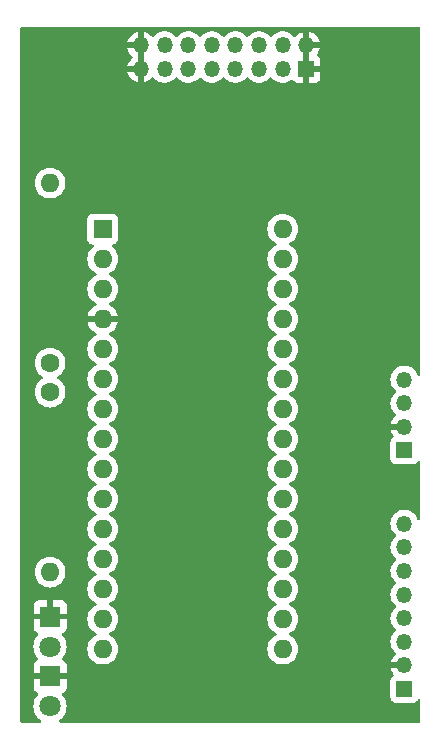
<source format=gbr>
%TF.GenerationSoftware,KiCad,Pcbnew,8.0.8*%
%TF.CreationDate,2025-01-20T00:36:11+01:00*%
%TF.ProjectId,NANO_MPU_SD,4e414e4f-5f4d-4505-955f-53442e6b6963,rev?*%
%TF.SameCoordinates,Original*%
%TF.FileFunction,Copper,L3,Inr*%
%TF.FilePolarity,Positive*%
%FSLAX46Y46*%
G04 Gerber Fmt 4.6, Leading zero omitted, Abs format (unit mm)*
G04 Created by KiCad (PCBNEW 8.0.8) date 2025-01-20 00:36:11*
%MOMM*%
%LPD*%
G01*
G04 APERTURE LIST*
%TA.AperFunction,ComponentPad*%
%ADD10C,1.600000*%
%TD*%
%TA.AperFunction,ComponentPad*%
%ADD11O,1.600000X1.600000*%
%TD*%
%TA.AperFunction,ComponentPad*%
%ADD12R,1.800000X1.800000*%
%TD*%
%TA.AperFunction,ComponentPad*%
%ADD13C,1.800000*%
%TD*%
%TA.AperFunction,ComponentPad*%
%ADD14R,1.350000X1.350000*%
%TD*%
%TA.AperFunction,ComponentPad*%
%ADD15O,1.350000X1.350000*%
%TD*%
%TA.AperFunction,ComponentPad*%
%ADD16R,1.600000X1.600000*%
%TD*%
G04 APERTURE END LIST*
D10*
%TO.N,Net-(A1-D5)*%
%TO.C,R2*%
X53100000Y-81460000D03*
D11*
%TO.N,Net-(D1-A)*%
X53100000Y-96700000D03*
%TD*%
D12*
%TO.N,GND*%
%TO.C,D2*%
X53100000Y-105530000D03*
D13*
%TO.N,Net-(D2-A)*%
X53100000Y-108070000D03*
%TD*%
D14*
%TO.N,GND*%
%TO.C,J2*%
X74800000Y-54100000D03*
D15*
X74800000Y-52100000D03*
%TO.N,Net-(A1-D12)*%
X72800000Y-54100000D03*
X72800000Y-52100000D03*
%TO.N,Net-(A1-D13)*%
X70800000Y-54100000D03*
X70800000Y-52100000D03*
%TO.N,Net-(A1-D11)*%
X68800000Y-54100000D03*
X68800000Y-52100000D03*
%TO.N,Net-(A1-D10)*%
X66800000Y-54100000D03*
X66800000Y-52100000D03*
%TO.N,+5V*%
X64800000Y-54100000D03*
X64800000Y-52100000D03*
%TO.N,+3.3V*%
X62800000Y-54100000D03*
X62800000Y-52100000D03*
%TO.N,GND*%
X60800000Y-54100000D03*
X60800000Y-52100000D03*
%TD*%
D16*
%TO.N,unconnected-(A1-D1{slash}TX-Pad1)*%
%TO.C,A1*%
X57560000Y-67660000D03*
D11*
%TO.N,unconnected-(A1-D0{slash}RX-Pad2)*%
X57560000Y-70200000D03*
%TO.N,unconnected-(A1-~{RESET}-Pad3)*%
X57560000Y-72740000D03*
%TO.N,GND*%
X57560000Y-75280000D03*
%TO.N,unconnected-(A1-D2-Pad5)*%
X57560000Y-77820000D03*
%TO.N,Net-(A1-D3)*%
X57560000Y-80360000D03*
%TO.N,unconnected-(A1-D4-Pad7)*%
X57560000Y-82900000D03*
%TO.N,Net-(A1-D5)*%
X57560000Y-85440000D03*
%TO.N,unconnected-(A1-D6-Pad9)*%
X57560000Y-87980000D03*
%TO.N,unconnected-(A1-D7-Pad10)*%
X57560000Y-90520000D03*
%TO.N,unconnected-(A1-D8-Pad11)*%
X57560000Y-93060000D03*
%TO.N,unconnected-(A1-D9-Pad12)*%
X57560000Y-95600000D03*
%TO.N,Net-(A1-D10)*%
X57560000Y-98140000D03*
%TO.N,Net-(A1-D11)*%
X57560000Y-100680000D03*
%TO.N,Net-(A1-D12)*%
X57560000Y-103220000D03*
%TO.N,Net-(A1-D13)*%
X72800000Y-103220000D03*
%TO.N,+3.3V*%
X72800000Y-100680000D03*
%TO.N,unconnected-(A1-AREF-Pad18)*%
X72800000Y-98140000D03*
%TO.N,unconnected-(A1-A0-Pad19)*%
X72800000Y-95600000D03*
%TO.N,unconnected-(A1-A1-Pad20)*%
X72800000Y-93060000D03*
%TO.N,unconnected-(A1-A2-Pad21)*%
X72800000Y-90520000D03*
%TO.N,unconnected-(A1-A3-Pad22)*%
X72800000Y-87980000D03*
%TO.N,Net-(A1-A4)*%
X72800000Y-85440000D03*
%TO.N,Net-(A1-A5)*%
X72800000Y-82900000D03*
%TO.N,unconnected-(A1-A6-Pad25)*%
X72800000Y-80360000D03*
%TO.N,unconnected-(A1-A7-Pad26)*%
X72800000Y-77820000D03*
%TO.N,+5V*%
X72800000Y-75280000D03*
%TO.N,unconnected-(A1-~{RESET}-Pad28)*%
X72800000Y-72740000D03*
%TO.N,unconnected-(A1-GND-Pad29)*%
X72800000Y-70200000D03*
%TO.N,unconnected-(A1-VIN-Pad30)*%
X72800000Y-67660000D03*
%TD*%
D14*
%TO.N,+3.3V*%
%TO.C,J3*%
X83100000Y-86400000D03*
D15*
%TO.N,GND*%
X83100000Y-84400000D03*
%TO.N,Net-(A1-A5)*%
X83100000Y-82400000D03*
%TO.N,Net-(A1-A4)*%
X83100000Y-80400000D03*
%TD*%
D12*
%TO.N,GND*%
%TO.C,D1*%
X53100000Y-100460000D03*
D13*
%TO.N,Net-(D1-A)*%
X53100000Y-103000000D03*
%TD*%
D14*
%TO.N,+3.3V*%
%TO.C,J1*%
X83100000Y-106600000D03*
D15*
%TO.N,GND*%
X83100000Y-104600000D03*
%TO.N,Net-(A1-A5)*%
X83100000Y-102600000D03*
%TO.N,Net-(A1-A4)*%
X83100000Y-100600000D03*
%TO.N,unconnected-(J1-Pin_5-Pad5)*%
X83100000Y-98600000D03*
%TO.N,unconnected-(J1-Pin_6-Pad6)*%
X83100000Y-96600000D03*
%TO.N,unconnected-(J1-Pin_7-Pad7)*%
X83100000Y-94600000D03*
%TO.N,unconnected-(J1-Pin_8-Pad8)*%
X83100000Y-92600000D03*
%TD*%
D10*
%TO.N,Net-(D2-A)*%
%TO.C,R1*%
X53100000Y-79000000D03*
D11*
%TO.N,Net-(A1-D3)*%
X53100000Y-63760000D03*
%TD*%
%TA.AperFunction,Conductor*%
%TO.N,GND*%
G36*
X61050000Y-53784314D02*
G01*
X61045606Y-53779920D01*
X60954394Y-53727259D01*
X60852661Y-53700000D01*
X60747339Y-53700000D01*
X60645606Y-53727259D01*
X60554394Y-53779920D01*
X60550000Y-53784314D01*
X60550000Y-52415686D01*
X60554394Y-52420080D01*
X60645606Y-52472741D01*
X60747339Y-52500000D01*
X60852661Y-52500000D01*
X60954394Y-52472741D01*
X61045606Y-52420080D01*
X61050000Y-52415686D01*
X61050000Y-53784314D01*
G37*
%TD.AperFunction*%
%TA.AperFunction,Conductor*%
G36*
X75050000Y-53784314D02*
G01*
X75045606Y-53779920D01*
X74954394Y-53727259D01*
X74852661Y-53700000D01*
X74747339Y-53700000D01*
X74645606Y-53727259D01*
X74554394Y-53779920D01*
X74550000Y-53784314D01*
X74550000Y-52415686D01*
X74554394Y-52420080D01*
X74645606Y-52472741D01*
X74747339Y-52500000D01*
X74852661Y-52500000D01*
X74954394Y-52472741D01*
X75045606Y-52420080D01*
X75050000Y-52415686D01*
X75050000Y-53784314D01*
G37*
%TD.AperFunction*%
%TA.AperFunction,Conductor*%
G36*
X84392539Y-50570185D02*
G01*
X84438294Y-50622989D01*
X84449500Y-50674500D01*
X84449500Y-79958643D01*
X84429815Y-80025682D01*
X84377011Y-80071437D01*
X84307853Y-80081381D01*
X84244297Y-80052356D01*
X84206523Y-79993578D01*
X84206234Y-79992577D01*
X84200819Y-79973545D01*
X84200816Y-79973539D01*
X84193399Y-79958643D01*
X84103712Y-79778528D01*
X83972427Y-79604678D01*
X83811432Y-79457912D01*
X83811428Y-79457909D01*
X83811423Y-79457906D01*
X83626213Y-79343229D01*
X83626207Y-79343226D01*
X83541113Y-79310260D01*
X83423069Y-79264530D01*
X83208926Y-79224500D01*
X82991074Y-79224500D01*
X82776931Y-79264530D01*
X82728130Y-79283435D01*
X82573792Y-79343226D01*
X82573786Y-79343229D01*
X82388576Y-79457906D01*
X82388566Y-79457913D01*
X82227574Y-79604676D01*
X82096288Y-79778527D01*
X81999184Y-79973537D01*
X81999183Y-79973541D01*
X81953726Y-80133308D01*
X81939564Y-80183081D01*
X81919464Y-80399999D01*
X81919464Y-80400000D01*
X81939564Y-80616918D01*
X81939564Y-80616920D01*
X81939565Y-80616923D01*
X81993767Y-80807423D01*
X81999184Y-80826462D01*
X82096288Y-81021472D01*
X82227574Y-81195324D01*
X82351572Y-81308363D01*
X82387854Y-81368074D01*
X82386093Y-81437922D01*
X82351572Y-81491637D01*
X82227574Y-81604675D01*
X82096288Y-81778527D01*
X81999184Y-81973537D01*
X81939564Y-82183081D01*
X81919464Y-82399999D01*
X81919464Y-82400000D01*
X81939564Y-82616918D01*
X81939564Y-82616920D01*
X81939565Y-82616923D01*
X81981830Y-82765468D01*
X81999184Y-82826462D01*
X82096288Y-83021472D01*
X82227574Y-83195324D01*
X82351944Y-83308701D01*
X82388226Y-83368412D01*
X82386465Y-83438259D01*
X82351944Y-83491975D01*
X82227945Y-83605013D01*
X82096715Y-83778791D01*
X81999651Y-83973719D01*
X81949494Y-84149999D01*
X81949495Y-84150000D01*
X82784314Y-84150000D01*
X82779920Y-84154394D01*
X82727259Y-84245606D01*
X82700000Y-84347339D01*
X82700000Y-84452661D01*
X82727259Y-84554394D01*
X82779920Y-84645606D01*
X82784314Y-84650000D01*
X81949495Y-84650000D01*
X81999651Y-84826280D01*
X82096715Y-85021208D01*
X82178147Y-85129042D01*
X82202839Y-85194404D01*
X82188274Y-85262738D01*
X82153505Y-85303035D01*
X82067452Y-85367455D01*
X81981206Y-85482664D01*
X81981202Y-85482671D01*
X81930908Y-85617517D01*
X81924501Y-85677116D01*
X81924500Y-85677135D01*
X81924500Y-87122870D01*
X81924501Y-87122876D01*
X81930908Y-87182483D01*
X81981202Y-87317328D01*
X81981206Y-87317335D01*
X82067452Y-87432544D01*
X82067455Y-87432547D01*
X82182664Y-87518793D01*
X82182671Y-87518797D01*
X82317517Y-87569091D01*
X82317516Y-87569091D01*
X82324444Y-87569835D01*
X82377127Y-87575500D01*
X83822872Y-87575499D01*
X83882483Y-87569091D01*
X84017331Y-87518796D01*
X84132546Y-87432546D01*
X84171392Y-87380655D01*
X84224112Y-87310231D01*
X84226145Y-87311753D01*
X84266063Y-87271828D01*
X84334335Y-87256970D01*
X84399801Y-87281381D01*
X84441678Y-87337311D01*
X84449500Y-87380655D01*
X84449500Y-92158643D01*
X84429815Y-92225682D01*
X84377011Y-92271437D01*
X84307853Y-92281381D01*
X84244297Y-92252356D01*
X84206523Y-92193578D01*
X84206234Y-92192577D01*
X84200819Y-92173545D01*
X84200816Y-92173539D01*
X84144257Y-92059953D01*
X84103712Y-91978528D01*
X83972427Y-91804678D01*
X83957405Y-91790984D01*
X83865097Y-91706834D01*
X83811432Y-91657912D01*
X83811428Y-91657909D01*
X83811423Y-91657906D01*
X83626213Y-91543229D01*
X83626207Y-91543226D01*
X83541113Y-91510260D01*
X83423069Y-91464530D01*
X83208926Y-91424500D01*
X82991074Y-91424500D01*
X82776931Y-91464530D01*
X82728130Y-91483435D01*
X82573792Y-91543226D01*
X82573786Y-91543229D01*
X82388576Y-91657906D01*
X82388566Y-91657913D01*
X82227574Y-91804676D01*
X82096288Y-91978527D01*
X81999184Y-92173537D01*
X81939564Y-92383081D01*
X81919464Y-92599999D01*
X81919464Y-92600000D01*
X81939564Y-92816918D01*
X81939564Y-92816920D01*
X81939565Y-92816923D01*
X81984098Y-92973441D01*
X81999184Y-93026462D01*
X82096288Y-93221472D01*
X82227574Y-93395324D01*
X82351572Y-93508363D01*
X82387854Y-93568074D01*
X82386093Y-93637922D01*
X82351572Y-93691637D01*
X82227574Y-93804675D01*
X82096288Y-93978527D01*
X81999184Y-94173537D01*
X81939564Y-94383081D01*
X81919464Y-94599999D01*
X81919464Y-94600000D01*
X81939564Y-94816918D01*
X81939564Y-94816920D01*
X81939565Y-94816923D01*
X81984098Y-94973441D01*
X81999184Y-95026462D01*
X82096288Y-95221472D01*
X82227574Y-95395324D01*
X82351572Y-95508363D01*
X82387854Y-95568074D01*
X82386093Y-95637922D01*
X82351572Y-95691637D01*
X82227574Y-95804675D01*
X82096288Y-95978527D01*
X81999184Y-96173537D01*
X81939564Y-96383081D01*
X81919464Y-96599999D01*
X81919464Y-96600000D01*
X81939564Y-96816918D01*
X81939564Y-96816920D01*
X81939565Y-96816923D01*
X81999183Y-97026459D01*
X81999184Y-97026462D01*
X82096288Y-97221472D01*
X82227574Y-97395324D01*
X82351572Y-97508363D01*
X82387854Y-97568074D01*
X82386093Y-97637922D01*
X82351572Y-97691637D01*
X82227574Y-97804675D01*
X82096288Y-97978527D01*
X81999184Y-98173537D01*
X81939564Y-98383081D01*
X81919464Y-98599999D01*
X81919464Y-98600000D01*
X81939564Y-98816918D01*
X81939564Y-98816920D01*
X81939565Y-98816923D01*
X81985720Y-98979141D01*
X81999184Y-99026462D01*
X82096288Y-99221472D01*
X82227574Y-99395324D01*
X82351572Y-99508363D01*
X82387854Y-99568074D01*
X82386093Y-99637922D01*
X82351572Y-99691637D01*
X82227574Y-99804675D01*
X82096288Y-99978527D01*
X81999184Y-100173537D01*
X81939564Y-100383081D01*
X81919464Y-100599999D01*
X81919464Y-100600000D01*
X81939564Y-100816918D01*
X81939564Y-100816920D01*
X81939565Y-100816923D01*
X81984098Y-100973441D01*
X81999184Y-101026462D01*
X82096288Y-101221472D01*
X82227574Y-101395324D01*
X82351572Y-101508363D01*
X82387854Y-101568074D01*
X82386093Y-101637922D01*
X82351572Y-101691637D01*
X82227574Y-101804675D01*
X82096288Y-101978527D01*
X81999184Y-102173537D01*
X81939564Y-102383081D01*
X81919464Y-102599999D01*
X81919464Y-102600000D01*
X81939564Y-102816918D01*
X81939564Y-102816920D01*
X81939565Y-102816923D01*
X81993767Y-103007423D01*
X81999184Y-103026462D01*
X82096288Y-103221472D01*
X82227574Y-103395324D01*
X82351944Y-103508701D01*
X82388226Y-103568412D01*
X82386465Y-103638259D01*
X82351944Y-103691975D01*
X82227945Y-103805013D01*
X82096715Y-103978791D01*
X81999651Y-104173719D01*
X81949494Y-104349999D01*
X81949495Y-104350000D01*
X82784314Y-104350000D01*
X82779920Y-104354394D01*
X82727259Y-104445606D01*
X82700000Y-104547339D01*
X82700000Y-104652661D01*
X82727259Y-104754394D01*
X82779920Y-104845606D01*
X82784314Y-104850000D01*
X81949495Y-104850000D01*
X81999651Y-105026280D01*
X82096715Y-105221208D01*
X82178147Y-105329042D01*
X82202839Y-105394404D01*
X82188274Y-105462738D01*
X82153505Y-105503035D01*
X82067452Y-105567455D01*
X81981206Y-105682664D01*
X81981202Y-105682671D01*
X81930908Y-105817517D01*
X81924501Y-105877116D01*
X81924500Y-105877135D01*
X81924500Y-107322870D01*
X81924501Y-107322876D01*
X81930908Y-107382483D01*
X81981202Y-107517328D01*
X81981206Y-107517335D01*
X82067452Y-107632544D01*
X82067455Y-107632547D01*
X82182664Y-107718793D01*
X82182671Y-107718797D01*
X82317517Y-107769091D01*
X82317516Y-107769091D01*
X82324444Y-107769835D01*
X82377127Y-107775500D01*
X83822872Y-107775499D01*
X83882483Y-107769091D01*
X84017331Y-107718796D01*
X84132546Y-107632546D01*
X84171392Y-107580655D01*
X84224112Y-107510231D01*
X84226145Y-107511753D01*
X84266063Y-107471828D01*
X84334335Y-107456970D01*
X84399801Y-107481381D01*
X84441678Y-107537311D01*
X84449500Y-107580655D01*
X84449500Y-109325500D01*
X84429815Y-109392539D01*
X84377011Y-109438294D01*
X84325500Y-109449500D01*
X53968973Y-109449500D01*
X53901934Y-109429815D01*
X53856179Y-109377011D01*
X53846235Y-109307853D01*
X53875260Y-109244297D01*
X53892811Y-109227646D01*
X54051784Y-109103913D01*
X54208979Y-108933153D01*
X54335924Y-108738849D01*
X54429157Y-108526300D01*
X54486134Y-108301305D01*
X54505300Y-108070000D01*
X54505300Y-108069993D01*
X54486135Y-107838702D01*
X54486133Y-107838691D01*
X54429157Y-107613699D01*
X54335924Y-107401151D01*
X54208981Y-107206849D01*
X54113832Y-107103489D01*
X54082910Y-107040835D01*
X54090770Y-106971409D01*
X54134918Y-106917253D01*
X54161730Y-106903325D01*
X54242084Y-106873355D01*
X54242093Y-106873350D01*
X54357187Y-106787190D01*
X54357190Y-106787187D01*
X54443350Y-106672093D01*
X54443354Y-106672086D01*
X54493596Y-106537379D01*
X54493598Y-106537372D01*
X54499999Y-106477844D01*
X54500000Y-106477827D01*
X54500000Y-105780000D01*
X53475278Y-105780000D01*
X53519333Y-105703694D01*
X53550000Y-105589244D01*
X53550000Y-105470756D01*
X53519333Y-105356306D01*
X53475278Y-105280000D01*
X54500000Y-105280000D01*
X54500000Y-104582172D01*
X54499999Y-104582155D01*
X54493598Y-104522627D01*
X54493596Y-104522620D01*
X54443354Y-104387913D01*
X54443350Y-104387906D01*
X54357190Y-104272812D01*
X54357187Y-104272809D01*
X54242093Y-104186649D01*
X54242086Y-104186645D01*
X54168582Y-104159230D01*
X54112648Y-104117359D01*
X54088231Y-104051894D01*
X54103083Y-103983621D01*
X54120680Y-103959070D01*
X54208979Y-103863153D01*
X54335924Y-103668849D01*
X54429157Y-103456300D01*
X54486134Y-103231305D01*
X54487071Y-103219998D01*
X54505300Y-103000006D01*
X54505300Y-102999993D01*
X54486135Y-102768702D01*
X54486133Y-102768691D01*
X54429157Y-102543699D01*
X54335924Y-102331151D01*
X54208981Y-102136849D01*
X54113832Y-102033489D01*
X54082910Y-101970835D01*
X54090770Y-101901409D01*
X54134918Y-101847253D01*
X54161730Y-101833325D01*
X54242084Y-101803355D01*
X54242093Y-101803350D01*
X54357187Y-101717190D01*
X54357190Y-101717187D01*
X54443350Y-101602093D01*
X54443354Y-101602086D01*
X54493596Y-101467379D01*
X54493598Y-101467372D01*
X54499999Y-101407844D01*
X54500000Y-101407827D01*
X54500000Y-100710000D01*
X53475278Y-100710000D01*
X53519333Y-100633694D01*
X53550000Y-100519244D01*
X53550000Y-100400756D01*
X53519333Y-100286306D01*
X53475278Y-100210000D01*
X54500000Y-100210000D01*
X54500000Y-99512172D01*
X54499999Y-99512155D01*
X54493598Y-99452627D01*
X54493596Y-99452620D01*
X54443354Y-99317913D01*
X54443350Y-99317906D01*
X54357190Y-99202812D01*
X54357187Y-99202809D01*
X54242093Y-99116649D01*
X54242086Y-99116645D01*
X54107379Y-99066403D01*
X54107372Y-99066401D01*
X54047844Y-99060000D01*
X53350000Y-99060000D01*
X53350000Y-100084722D01*
X53273694Y-100040667D01*
X53159244Y-100010000D01*
X53040756Y-100010000D01*
X52926306Y-100040667D01*
X52850000Y-100084722D01*
X52850000Y-99060000D01*
X52152155Y-99060000D01*
X52092627Y-99066401D01*
X52092620Y-99066403D01*
X51957913Y-99116645D01*
X51957906Y-99116649D01*
X51842812Y-99202809D01*
X51842809Y-99202812D01*
X51756649Y-99317906D01*
X51756645Y-99317913D01*
X51706403Y-99452620D01*
X51706401Y-99452627D01*
X51700000Y-99512155D01*
X51700000Y-100210000D01*
X52724722Y-100210000D01*
X52680667Y-100286306D01*
X52650000Y-100400756D01*
X52650000Y-100519244D01*
X52680667Y-100633694D01*
X52724722Y-100710000D01*
X51700000Y-100710000D01*
X51700000Y-101407844D01*
X51706401Y-101467372D01*
X51706403Y-101467379D01*
X51756645Y-101602086D01*
X51756649Y-101602093D01*
X51842809Y-101717187D01*
X51842812Y-101717190D01*
X51957906Y-101803350D01*
X51957913Y-101803354D01*
X52038270Y-101833325D01*
X52094204Y-101875196D01*
X52118621Y-101940660D01*
X52103770Y-102008933D01*
X52086168Y-102033489D01*
X52048295Y-102074629D01*
X51991021Y-102136847D01*
X51991019Y-102136848D01*
X51991016Y-102136853D01*
X51864075Y-102331151D01*
X51770842Y-102543699D01*
X51713866Y-102768691D01*
X51713864Y-102768702D01*
X51694700Y-102999993D01*
X51694700Y-103000006D01*
X51713864Y-103231297D01*
X51713866Y-103231308D01*
X51770842Y-103456300D01*
X51864075Y-103668848D01*
X51933754Y-103775500D01*
X51991021Y-103863153D01*
X52034948Y-103910871D01*
X52079314Y-103959066D01*
X52110236Y-104021721D01*
X52102375Y-104091147D01*
X52058228Y-104145302D01*
X52031418Y-104159230D01*
X51957911Y-104186646D01*
X51957906Y-104186649D01*
X51842812Y-104272809D01*
X51842809Y-104272812D01*
X51756649Y-104387906D01*
X51756645Y-104387913D01*
X51706403Y-104522620D01*
X51706401Y-104522627D01*
X51700000Y-104582155D01*
X51700000Y-105280000D01*
X52724722Y-105280000D01*
X52680667Y-105356306D01*
X52650000Y-105470756D01*
X52650000Y-105589244D01*
X52680667Y-105703694D01*
X52724722Y-105780000D01*
X51700000Y-105780000D01*
X51700000Y-106477844D01*
X51706401Y-106537372D01*
X51706403Y-106537379D01*
X51756645Y-106672086D01*
X51756649Y-106672093D01*
X51842809Y-106787187D01*
X51842812Y-106787190D01*
X51957906Y-106873350D01*
X51957913Y-106873354D01*
X52038270Y-106903325D01*
X52094204Y-106945196D01*
X52118621Y-107010660D01*
X52103770Y-107078933D01*
X52086168Y-107103489D01*
X51991021Y-107206847D01*
X51991019Y-107206848D01*
X51991016Y-107206853D01*
X51864075Y-107401151D01*
X51770842Y-107613699D01*
X51713866Y-107838691D01*
X51713864Y-107838702D01*
X51694700Y-108069993D01*
X51694700Y-108070006D01*
X51713864Y-108301297D01*
X51713866Y-108301308D01*
X51770842Y-108526300D01*
X51864075Y-108738848D01*
X51991016Y-108933147D01*
X51991019Y-108933151D01*
X51991021Y-108933153D01*
X52148216Y-109103913D01*
X52307189Y-109227646D01*
X52348002Y-109284357D01*
X52351677Y-109354130D01*
X52317045Y-109414813D01*
X52255104Y-109447140D01*
X52231027Y-109449500D01*
X50674500Y-109449500D01*
X50607461Y-109429815D01*
X50561706Y-109377011D01*
X50550500Y-109325500D01*
X50550500Y-96699998D01*
X51794532Y-96699998D01*
X51794532Y-96700001D01*
X51814364Y-96926686D01*
X51814366Y-96926697D01*
X51873258Y-97146488D01*
X51873261Y-97146497D01*
X51969431Y-97352732D01*
X51969432Y-97352734D01*
X52099954Y-97539141D01*
X52260858Y-97700045D01*
X52260861Y-97700047D01*
X52447266Y-97830568D01*
X52653504Y-97926739D01*
X52873308Y-97985635D01*
X53035230Y-97999801D01*
X53099998Y-98005468D01*
X53100000Y-98005468D01*
X53100002Y-98005468D01*
X53156673Y-98000509D01*
X53326692Y-97985635D01*
X53546496Y-97926739D01*
X53752734Y-97830568D01*
X53939139Y-97700047D01*
X54100047Y-97539139D01*
X54230568Y-97352734D01*
X54326739Y-97146496D01*
X54385635Y-96926692D01*
X54405468Y-96700000D01*
X54385635Y-96473308D01*
X54326739Y-96253504D01*
X54230568Y-96047266D01*
X54100047Y-95860861D01*
X54100045Y-95860858D01*
X53939141Y-95699954D01*
X53752734Y-95569432D01*
X53752732Y-95569431D01*
X53546497Y-95473261D01*
X53546488Y-95473258D01*
X53326697Y-95414366D01*
X53326693Y-95414365D01*
X53326692Y-95414365D01*
X53326691Y-95414364D01*
X53326686Y-95414364D01*
X53100002Y-95394532D01*
X53099998Y-95394532D01*
X52873313Y-95414364D01*
X52873302Y-95414366D01*
X52653511Y-95473258D01*
X52653502Y-95473261D01*
X52447267Y-95569431D01*
X52447265Y-95569432D01*
X52260858Y-95699954D01*
X52099954Y-95860858D01*
X51969432Y-96047265D01*
X51969431Y-96047267D01*
X51873261Y-96253502D01*
X51873258Y-96253511D01*
X51814366Y-96473302D01*
X51814364Y-96473313D01*
X51794532Y-96699998D01*
X50550500Y-96699998D01*
X50550500Y-78999998D01*
X51794532Y-78999998D01*
X51794532Y-79000001D01*
X51814364Y-79226686D01*
X51814366Y-79226697D01*
X51873258Y-79446488D01*
X51873261Y-79446497D01*
X51969431Y-79652732D01*
X51969432Y-79652734D01*
X52099954Y-79839141D01*
X52260858Y-80000045D01*
X52444205Y-80128425D01*
X52487830Y-80183002D01*
X52495024Y-80252500D01*
X52463501Y-80314855D01*
X52444205Y-80331575D01*
X52260858Y-80459954D01*
X52099954Y-80620858D01*
X51969432Y-80807265D01*
X51969431Y-80807267D01*
X51873261Y-81013502D01*
X51873258Y-81013511D01*
X51814366Y-81233302D01*
X51814364Y-81233313D01*
X51794532Y-81459998D01*
X51794532Y-81460001D01*
X51814364Y-81686686D01*
X51814366Y-81686697D01*
X51873258Y-81906488D01*
X51873261Y-81906497D01*
X51969431Y-82112732D01*
X51969432Y-82112734D01*
X52099954Y-82299141D01*
X52260858Y-82460045D01*
X52260861Y-82460047D01*
X52447266Y-82590568D01*
X52653504Y-82686739D01*
X52873308Y-82745635D01*
X53035230Y-82759801D01*
X53099998Y-82765468D01*
X53100000Y-82765468D01*
X53100002Y-82765468D01*
X53156673Y-82760509D01*
X53326692Y-82745635D01*
X53546496Y-82686739D01*
X53752734Y-82590568D01*
X53939139Y-82460047D01*
X54100047Y-82299139D01*
X54230568Y-82112734D01*
X54326739Y-81906496D01*
X54385635Y-81686692D01*
X54405468Y-81460000D01*
X54403536Y-81437922D01*
X54399801Y-81395230D01*
X54385635Y-81233308D01*
X54326739Y-81013504D01*
X54230568Y-80807266D01*
X54100047Y-80620861D01*
X54100045Y-80620858D01*
X53939141Y-80459954D01*
X53796387Y-80359998D01*
X53755793Y-80331574D01*
X53712169Y-80276999D01*
X53704975Y-80207500D01*
X53736497Y-80145145D01*
X53755791Y-80128427D01*
X53939139Y-80000047D01*
X54100047Y-79839139D01*
X54230568Y-79652734D01*
X54326739Y-79446496D01*
X54385635Y-79226692D01*
X54405468Y-79000000D01*
X54385635Y-78773308D01*
X54326739Y-78553504D01*
X54230568Y-78347266D01*
X54100047Y-78160861D01*
X54100045Y-78160858D01*
X53939141Y-77999954D01*
X53752734Y-77869432D01*
X53752732Y-77869431D01*
X53546497Y-77773261D01*
X53546488Y-77773258D01*
X53326697Y-77714366D01*
X53326693Y-77714365D01*
X53326692Y-77714365D01*
X53326691Y-77714364D01*
X53326686Y-77714364D01*
X53100002Y-77694532D01*
X53099998Y-77694532D01*
X52873313Y-77714364D01*
X52873302Y-77714366D01*
X52653511Y-77773258D01*
X52653502Y-77773261D01*
X52447267Y-77869431D01*
X52447265Y-77869432D01*
X52260858Y-77999954D01*
X52099954Y-78160858D01*
X51969432Y-78347265D01*
X51969431Y-78347267D01*
X51873261Y-78553502D01*
X51873258Y-78553511D01*
X51814366Y-78773302D01*
X51814364Y-78773313D01*
X51794532Y-78999998D01*
X50550500Y-78999998D01*
X50550500Y-70199998D01*
X56254532Y-70199998D01*
X56254532Y-70200001D01*
X56274364Y-70426686D01*
X56274366Y-70426697D01*
X56333258Y-70646488D01*
X56333261Y-70646497D01*
X56429431Y-70852732D01*
X56429432Y-70852734D01*
X56559954Y-71039141D01*
X56720858Y-71200045D01*
X56720861Y-71200047D01*
X56907266Y-71330568D01*
X56965275Y-71357618D01*
X57017714Y-71403791D01*
X57036866Y-71470984D01*
X57016650Y-71537865D01*
X56965275Y-71582382D01*
X56907267Y-71609431D01*
X56907265Y-71609432D01*
X56720858Y-71739954D01*
X56559954Y-71900858D01*
X56429432Y-72087265D01*
X56429431Y-72087267D01*
X56333261Y-72293502D01*
X56333258Y-72293511D01*
X56274366Y-72513302D01*
X56274364Y-72513313D01*
X56254532Y-72739998D01*
X56254532Y-72740001D01*
X56274364Y-72966686D01*
X56274366Y-72966697D01*
X56333258Y-73186488D01*
X56333261Y-73186497D01*
X56429431Y-73392732D01*
X56429432Y-73392734D01*
X56559954Y-73579141D01*
X56720858Y-73740045D01*
X56720861Y-73740047D01*
X56907266Y-73870568D01*
X56965865Y-73897893D01*
X57018305Y-73944065D01*
X57037457Y-74011258D01*
X57017242Y-74078139D01*
X56965867Y-74122657D01*
X56907515Y-74149867D01*
X56721179Y-74280342D01*
X56560342Y-74441179D01*
X56429865Y-74627517D01*
X56333734Y-74833673D01*
X56333730Y-74833682D01*
X56281127Y-75029999D01*
X56281128Y-75030000D01*
X57126988Y-75030000D01*
X57094075Y-75087007D01*
X57060000Y-75214174D01*
X57060000Y-75345826D01*
X57094075Y-75472993D01*
X57126988Y-75530000D01*
X56281128Y-75530000D01*
X56333730Y-75726317D01*
X56333734Y-75726326D01*
X56429865Y-75932482D01*
X56560342Y-76118820D01*
X56721179Y-76279657D01*
X56907518Y-76410134D01*
X56907520Y-76410135D01*
X56965865Y-76437342D01*
X57018305Y-76483514D01*
X57037457Y-76550707D01*
X57017242Y-76617589D01*
X56965867Y-76662105D01*
X56907268Y-76689431D01*
X56907264Y-76689433D01*
X56720858Y-76819954D01*
X56559954Y-76980858D01*
X56429432Y-77167265D01*
X56429431Y-77167267D01*
X56333261Y-77373502D01*
X56333258Y-77373511D01*
X56274366Y-77593302D01*
X56274364Y-77593313D01*
X56254532Y-77819998D01*
X56254532Y-77820001D01*
X56274364Y-78046686D01*
X56274366Y-78046697D01*
X56333258Y-78266488D01*
X56333261Y-78266497D01*
X56429431Y-78472732D01*
X56429432Y-78472734D01*
X56559954Y-78659141D01*
X56720858Y-78820045D01*
X56720861Y-78820047D01*
X56907266Y-78950568D01*
X56965275Y-78977618D01*
X57017714Y-79023791D01*
X57036866Y-79090984D01*
X57016650Y-79157865D01*
X56965275Y-79202382D01*
X56907267Y-79229431D01*
X56907265Y-79229432D01*
X56720858Y-79359954D01*
X56559954Y-79520858D01*
X56429432Y-79707265D01*
X56429431Y-79707267D01*
X56333261Y-79913502D01*
X56333258Y-79913511D01*
X56274366Y-80133302D01*
X56274364Y-80133313D01*
X56254532Y-80359998D01*
X56254532Y-80360001D01*
X56274364Y-80586686D01*
X56274366Y-80586697D01*
X56333258Y-80806488D01*
X56333261Y-80806497D01*
X56429431Y-81012732D01*
X56429432Y-81012734D01*
X56559954Y-81199141D01*
X56720858Y-81360045D01*
X56720861Y-81360047D01*
X56907266Y-81490568D01*
X56965275Y-81517618D01*
X57017714Y-81563791D01*
X57036866Y-81630984D01*
X57016650Y-81697865D01*
X56965275Y-81742382D01*
X56907267Y-81769431D01*
X56907265Y-81769432D01*
X56720858Y-81899954D01*
X56559954Y-82060858D01*
X56429432Y-82247265D01*
X56429431Y-82247267D01*
X56333261Y-82453502D01*
X56333258Y-82453511D01*
X56274366Y-82673302D01*
X56274364Y-82673313D01*
X56254532Y-82899998D01*
X56254532Y-82900001D01*
X56274364Y-83126686D01*
X56274366Y-83126697D01*
X56333258Y-83346488D01*
X56333261Y-83346497D01*
X56429431Y-83552732D01*
X56429432Y-83552734D01*
X56559954Y-83739141D01*
X56720858Y-83900045D01*
X56720861Y-83900047D01*
X56907266Y-84030568D01*
X56965275Y-84057618D01*
X57017714Y-84103791D01*
X57036866Y-84170984D01*
X57016650Y-84237865D01*
X56965275Y-84282382D01*
X56907267Y-84309431D01*
X56907265Y-84309432D01*
X56720858Y-84439954D01*
X56559954Y-84600858D01*
X56429432Y-84787265D01*
X56429431Y-84787267D01*
X56333261Y-84993502D01*
X56333258Y-84993511D01*
X56274366Y-85213302D01*
X56274364Y-85213313D01*
X56254532Y-85439998D01*
X56254532Y-85440001D01*
X56274364Y-85666686D01*
X56274366Y-85666697D01*
X56333258Y-85886488D01*
X56333261Y-85886497D01*
X56429431Y-86092732D01*
X56429432Y-86092734D01*
X56559954Y-86279141D01*
X56720858Y-86440045D01*
X56720861Y-86440047D01*
X56907266Y-86570568D01*
X56965275Y-86597618D01*
X57017714Y-86643791D01*
X57036866Y-86710984D01*
X57016650Y-86777865D01*
X56965275Y-86822382D01*
X56907267Y-86849431D01*
X56907265Y-86849432D01*
X56720858Y-86979954D01*
X56559954Y-87140858D01*
X56429432Y-87327265D01*
X56429431Y-87327267D01*
X56333261Y-87533502D01*
X56333258Y-87533511D01*
X56274366Y-87753302D01*
X56274364Y-87753313D01*
X56254532Y-87979998D01*
X56254532Y-87980001D01*
X56274364Y-88206686D01*
X56274366Y-88206697D01*
X56333258Y-88426488D01*
X56333261Y-88426497D01*
X56429431Y-88632732D01*
X56429432Y-88632734D01*
X56559954Y-88819141D01*
X56720858Y-88980045D01*
X56720861Y-88980047D01*
X56907266Y-89110568D01*
X56965275Y-89137618D01*
X57017714Y-89183791D01*
X57036866Y-89250984D01*
X57016650Y-89317865D01*
X56965275Y-89362382D01*
X56907267Y-89389431D01*
X56907265Y-89389432D01*
X56720858Y-89519954D01*
X56559954Y-89680858D01*
X56429432Y-89867265D01*
X56429431Y-89867267D01*
X56333261Y-90073502D01*
X56333258Y-90073511D01*
X56274366Y-90293302D01*
X56274364Y-90293313D01*
X56254532Y-90519998D01*
X56254532Y-90520001D01*
X56274364Y-90746686D01*
X56274366Y-90746697D01*
X56333258Y-90966488D01*
X56333261Y-90966497D01*
X56429431Y-91172732D01*
X56429432Y-91172734D01*
X56559954Y-91359141D01*
X56720858Y-91520045D01*
X56720861Y-91520047D01*
X56907266Y-91650568D01*
X56965275Y-91677618D01*
X57017714Y-91723791D01*
X57036866Y-91790984D01*
X57016650Y-91857865D01*
X56965275Y-91902382D01*
X56907267Y-91929431D01*
X56907265Y-91929432D01*
X56720858Y-92059954D01*
X56559954Y-92220858D01*
X56429432Y-92407265D01*
X56429431Y-92407267D01*
X56333261Y-92613502D01*
X56333258Y-92613511D01*
X56274366Y-92833302D01*
X56274364Y-92833313D01*
X56254532Y-93059998D01*
X56254532Y-93060001D01*
X56274364Y-93286686D01*
X56274366Y-93286697D01*
X56333258Y-93506488D01*
X56333261Y-93506497D01*
X56429431Y-93712732D01*
X56429432Y-93712734D01*
X56559954Y-93899141D01*
X56720858Y-94060045D01*
X56720861Y-94060047D01*
X56907266Y-94190568D01*
X56965275Y-94217618D01*
X57017714Y-94263791D01*
X57036866Y-94330984D01*
X57016650Y-94397865D01*
X56965275Y-94442382D01*
X56907267Y-94469431D01*
X56907265Y-94469432D01*
X56720858Y-94599954D01*
X56559954Y-94760858D01*
X56429432Y-94947265D01*
X56429431Y-94947267D01*
X56333261Y-95153502D01*
X56333258Y-95153511D01*
X56274366Y-95373302D01*
X56274364Y-95373313D01*
X56254532Y-95599998D01*
X56254532Y-95600001D01*
X56274364Y-95826686D01*
X56274366Y-95826697D01*
X56333258Y-96046488D01*
X56333261Y-96046497D01*
X56429431Y-96252732D01*
X56429432Y-96252734D01*
X56559954Y-96439141D01*
X56720858Y-96600045D01*
X56720861Y-96600047D01*
X56907266Y-96730568D01*
X56965275Y-96757618D01*
X57017714Y-96803791D01*
X57036866Y-96870984D01*
X57016650Y-96937865D01*
X56965275Y-96982382D01*
X56907267Y-97009431D01*
X56907265Y-97009432D01*
X56720858Y-97139954D01*
X56559954Y-97300858D01*
X56429432Y-97487265D01*
X56429431Y-97487267D01*
X56333261Y-97693502D01*
X56333258Y-97693511D01*
X56274366Y-97913302D01*
X56274364Y-97913313D01*
X56254532Y-98139998D01*
X56254532Y-98140001D01*
X56274364Y-98366686D01*
X56274366Y-98366697D01*
X56333258Y-98586488D01*
X56333261Y-98586497D01*
X56429431Y-98792732D01*
X56429432Y-98792734D01*
X56559954Y-98979141D01*
X56720858Y-99140045D01*
X56720861Y-99140047D01*
X56907266Y-99270568D01*
X56965275Y-99297618D01*
X57017714Y-99343791D01*
X57036866Y-99410984D01*
X57016650Y-99477865D01*
X56965275Y-99522382D01*
X56907267Y-99549431D01*
X56907265Y-99549432D01*
X56720858Y-99679954D01*
X56559954Y-99840858D01*
X56429432Y-100027265D01*
X56429431Y-100027267D01*
X56333261Y-100233502D01*
X56333258Y-100233511D01*
X56274366Y-100453302D01*
X56274364Y-100453313D01*
X56254532Y-100679998D01*
X56254532Y-100680001D01*
X56274364Y-100906686D01*
X56274366Y-100906697D01*
X56333258Y-101126488D01*
X56333261Y-101126497D01*
X56429431Y-101332732D01*
X56429432Y-101332734D01*
X56559954Y-101519141D01*
X56720858Y-101680045D01*
X56720861Y-101680047D01*
X56907266Y-101810568D01*
X56965275Y-101837618D01*
X57017714Y-101883791D01*
X57036866Y-101950984D01*
X57016650Y-102017865D01*
X56965275Y-102062382D01*
X56907267Y-102089431D01*
X56907265Y-102089432D01*
X56720858Y-102219954D01*
X56559954Y-102380858D01*
X56429432Y-102567265D01*
X56429431Y-102567267D01*
X56333261Y-102773502D01*
X56333258Y-102773511D01*
X56274366Y-102993302D01*
X56274364Y-102993313D01*
X56254532Y-103219998D01*
X56254532Y-103220001D01*
X56274364Y-103446686D01*
X56274366Y-103446697D01*
X56333258Y-103666488D01*
X56333261Y-103666497D01*
X56429431Y-103872732D01*
X56429432Y-103872734D01*
X56559954Y-104059141D01*
X56720858Y-104220045D01*
X56720861Y-104220047D01*
X56907266Y-104350568D01*
X57113504Y-104446739D01*
X57333308Y-104505635D01*
X57495230Y-104519801D01*
X57559998Y-104525468D01*
X57560000Y-104525468D01*
X57560002Y-104525468D01*
X57616673Y-104520509D01*
X57786692Y-104505635D01*
X58006496Y-104446739D01*
X58212734Y-104350568D01*
X58399139Y-104220047D01*
X58560047Y-104059139D01*
X58690568Y-103872734D01*
X58786739Y-103666496D01*
X58845635Y-103446692D01*
X58865468Y-103220000D01*
X58845635Y-102993308D01*
X58786739Y-102773504D01*
X58690568Y-102567266D01*
X58592839Y-102427693D01*
X58560045Y-102380858D01*
X58399141Y-102219954D01*
X58212734Y-102089432D01*
X58212728Y-102089429D01*
X58154725Y-102062382D01*
X58102285Y-102016210D01*
X58083133Y-101949017D01*
X58103348Y-101882135D01*
X58154725Y-101837618D01*
X58212734Y-101810568D01*
X58399139Y-101680047D01*
X58560047Y-101519139D01*
X58690568Y-101332734D01*
X58786739Y-101126496D01*
X58845635Y-100906692D01*
X58865468Y-100680000D01*
X58845635Y-100453308D01*
X58786739Y-100233504D01*
X58690568Y-100027266D01*
X58560047Y-99840861D01*
X58560045Y-99840858D01*
X58399141Y-99679954D01*
X58212734Y-99549432D01*
X58212728Y-99549429D01*
X58154725Y-99522382D01*
X58102285Y-99476210D01*
X58083133Y-99409017D01*
X58103348Y-99342135D01*
X58154725Y-99297618D01*
X58212734Y-99270568D01*
X58399139Y-99140047D01*
X58560047Y-98979139D01*
X58690568Y-98792734D01*
X58786739Y-98586496D01*
X58845635Y-98366692D01*
X58865468Y-98140000D01*
X58845635Y-97913308D01*
X58786739Y-97693504D01*
X58690568Y-97487266D01*
X58560047Y-97300861D01*
X58560045Y-97300858D01*
X58399141Y-97139954D01*
X58212734Y-97009432D01*
X58212728Y-97009429D01*
X58154725Y-96982382D01*
X58102285Y-96936210D01*
X58083133Y-96869017D01*
X58103348Y-96802135D01*
X58154725Y-96757618D01*
X58212734Y-96730568D01*
X58399139Y-96600047D01*
X58560047Y-96439139D01*
X58690568Y-96252734D01*
X58786739Y-96046496D01*
X58845635Y-95826692D01*
X58865468Y-95600000D01*
X58845635Y-95373308D01*
X58786739Y-95153504D01*
X58690568Y-94947266D01*
X58560047Y-94760861D01*
X58560045Y-94760858D01*
X58399141Y-94599954D01*
X58212734Y-94469432D01*
X58212728Y-94469429D01*
X58154725Y-94442382D01*
X58102285Y-94396210D01*
X58083133Y-94329017D01*
X58103348Y-94262135D01*
X58154725Y-94217618D01*
X58212734Y-94190568D01*
X58399139Y-94060047D01*
X58560047Y-93899139D01*
X58690568Y-93712734D01*
X58786739Y-93506496D01*
X58845635Y-93286692D01*
X58865468Y-93060000D01*
X58845635Y-92833308D01*
X58786739Y-92613504D01*
X58690568Y-92407266D01*
X58560047Y-92220861D01*
X58560045Y-92220858D01*
X58399141Y-92059954D01*
X58212734Y-91929432D01*
X58212728Y-91929429D01*
X58154725Y-91902382D01*
X58102285Y-91856210D01*
X58083133Y-91789017D01*
X58103348Y-91722135D01*
X58154725Y-91677618D01*
X58212734Y-91650568D01*
X58399139Y-91520047D01*
X58560047Y-91359139D01*
X58690568Y-91172734D01*
X58786739Y-90966496D01*
X58845635Y-90746692D01*
X58865468Y-90520000D01*
X58845635Y-90293308D01*
X58786739Y-90073504D01*
X58690568Y-89867266D01*
X58560047Y-89680861D01*
X58560045Y-89680858D01*
X58399141Y-89519954D01*
X58212734Y-89389432D01*
X58212728Y-89389429D01*
X58154725Y-89362382D01*
X58102285Y-89316210D01*
X58083133Y-89249017D01*
X58103348Y-89182135D01*
X58154725Y-89137618D01*
X58212734Y-89110568D01*
X58399139Y-88980047D01*
X58560047Y-88819139D01*
X58690568Y-88632734D01*
X58786739Y-88426496D01*
X58845635Y-88206692D01*
X58865468Y-87980000D01*
X58845635Y-87753308D01*
X58786739Y-87533504D01*
X58690568Y-87327266D01*
X58560047Y-87140861D01*
X58560045Y-87140858D01*
X58399141Y-86979954D01*
X58212734Y-86849432D01*
X58212728Y-86849429D01*
X58154725Y-86822382D01*
X58102285Y-86776210D01*
X58083133Y-86709017D01*
X58103348Y-86642135D01*
X58154725Y-86597618D01*
X58212734Y-86570568D01*
X58399139Y-86440047D01*
X58560047Y-86279139D01*
X58690568Y-86092734D01*
X58786739Y-85886496D01*
X58845635Y-85666692D01*
X58865468Y-85440000D01*
X58845635Y-85213308D01*
X58786739Y-84993504D01*
X58690568Y-84787266D01*
X58560047Y-84600861D01*
X58560045Y-84600858D01*
X58399141Y-84439954D01*
X58212734Y-84309432D01*
X58212728Y-84309429D01*
X58154725Y-84282382D01*
X58102285Y-84236210D01*
X58083133Y-84169017D01*
X58103348Y-84102135D01*
X58154725Y-84057618D01*
X58212734Y-84030568D01*
X58399139Y-83900047D01*
X58560047Y-83739139D01*
X58690568Y-83552734D01*
X58786739Y-83346496D01*
X58845635Y-83126692D01*
X58865468Y-82900000D01*
X58845635Y-82673308D01*
X58786739Y-82453504D01*
X58690568Y-82247266D01*
X58560047Y-82060861D01*
X58560045Y-82060858D01*
X58399141Y-81899954D01*
X58212734Y-81769432D01*
X58212728Y-81769429D01*
X58154725Y-81742382D01*
X58102285Y-81696210D01*
X58083133Y-81629017D01*
X58103348Y-81562135D01*
X58154725Y-81517618D01*
X58212734Y-81490568D01*
X58399139Y-81360047D01*
X58560047Y-81199139D01*
X58690568Y-81012734D01*
X58786739Y-80806496D01*
X58845635Y-80586692D01*
X58865468Y-80360000D01*
X58845635Y-80133308D01*
X58786739Y-79913504D01*
X58690568Y-79707266D01*
X58560047Y-79520861D01*
X58560045Y-79520858D01*
X58399141Y-79359954D01*
X58212734Y-79229432D01*
X58212728Y-79229429D01*
X58154725Y-79202382D01*
X58102285Y-79156210D01*
X58083133Y-79089017D01*
X58103348Y-79022135D01*
X58154725Y-78977618D01*
X58212734Y-78950568D01*
X58399139Y-78820047D01*
X58560047Y-78659139D01*
X58690568Y-78472734D01*
X58786739Y-78266496D01*
X58845635Y-78046692D01*
X58865468Y-77820000D01*
X58845635Y-77593308D01*
X58786739Y-77373504D01*
X58690568Y-77167266D01*
X58560047Y-76980861D01*
X58560045Y-76980858D01*
X58399141Y-76819954D01*
X58212734Y-76689432D01*
X58212732Y-76689431D01*
X58154725Y-76662382D01*
X58154132Y-76662105D01*
X58101694Y-76615934D01*
X58082542Y-76548740D01*
X58102758Y-76481859D01*
X58154134Y-76437341D01*
X58212484Y-76410132D01*
X58398820Y-76279657D01*
X58559657Y-76118820D01*
X58690134Y-75932482D01*
X58786265Y-75726326D01*
X58786269Y-75726317D01*
X58838872Y-75530000D01*
X57993012Y-75530000D01*
X58025925Y-75472993D01*
X58060000Y-75345826D01*
X58060000Y-75214174D01*
X58025925Y-75087007D01*
X57993012Y-75030000D01*
X58838872Y-75030000D01*
X58838872Y-75029999D01*
X58786269Y-74833682D01*
X58786265Y-74833673D01*
X58690134Y-74627517D01*
X58559657Y-74441179D01*
X58398820Y-74280342D01*
X58212482Y-74149865D01*
X58154133Y-74122657D01*
X58101694Y-74076484D01*
X58082542Y-74009291D01*
X58102758Y-73942410D01*
X58154129Y-73897895D01*
X58212734Y-73870568D01*
X58399139Y-73740047D01*
X58560047Y-73579139D01*
X58690568Y-73392734D01*
X58786739Y-73186496D01*
X58845635Y-72966692D01*
X58865468Y-72740000D01*
X58845635Y-72513308D01*
X58786739Y-72293504D01*
X58690568Y-72087266D01*
X58560047Y-71900861D01*
X58560045Y-71900858D01*
X58399141Y-71739954D01*
X58212734Y-71609432D01*
X58212728Y-71609429D01*
X58154725Y-71582382D01*
X58102285Y-71536210D01*
X58083133Y-71469017D01*
X58103348Y-71402135D01*
X58154725Y-71357618D01*
X58212734Y-71330568D01*
X58399139Y-71200047D01*
X58560047Y-71039139D01*
X58690568Y-70852734D01*
X58786739Y-70646496D01*
X58845635Y-70426692D01*
X58865468Y-70200000D01*
X58845635Y-69973308D01*
X58786739Y-69753504D01*
X58690568Y-69547266D01*
X58560047Y-69360861D01*
X58560045Y-69360858D01*
X58399143Y-69199956D01*
X58374536Y-69182726D01*
X58330912Y-69128149D01*
X58323719Y-69058650D01*
X58355241Y-68996296D01*
X58415471Y-68960882D01*
X58432404Y-68957861D01*
X58467483Y-68954091D01*
X58602331Y-68903796D01*
X58717546Y-68817546D01*
X58803796Y-68702331D01*
X58854091Y-68567483D01*
X58860500Y-68507873D01*
X58860499Y-67659998D01*
X71494532Y-67659998D01*
X71494532Y-67660001D01*
X71514364Y-67886686D01*
X71514366Y-67886697D01*
X71573258Y-68106488D01*
X71573261Y-68106497D01*
X71669431Y-68312732D01*
X71669432Y-68312734D01*
X71799954Y-68499141D01*
X71960858Y-68660045D01*
X71960861Y-68660047D01*
X72147266Y-68790568D01*
X72205275Y-68817618D01*
X72257714Y-68863791D01*
X72276866Y-68930984D01*
X72256650Y-68997865D01*
X72205275Y-69042382D01*
X72147267Y-69069431D01*
X72147265Y-69069432D01*
X71960858Y-69199954D01*
X71799954Y-69360858D01*
X71669432Y-69547265D01*
X71669431Y-69547267D01*
X71573261Y-69753502D01*
X71573258Y-69753511D01*
X71514366Y-69973302D01*
X71514364Y-69973313D01*
X71494532Y-70199998D01*
X71494532Y-70200001D01*
X71514364Y-70426686D01*
X71514366Y-70426697D01*
X71573258Y-70646488D01*
X71573261Y-70646497D01*
X71669431Y-70852732D01*
X71669432Y-70852734D01*
X71799954Y-71039141D01*
X71960858Y-71200045D01*
X71960861Y-71200047D01*
X72147266Y-71330568D01*
X72205275Y-71357618D01*
X72257714Y-71403791D01*
X72276866Y-71470984D01*
X72256650Y-71537865D01*
X72205275Y-71582382D01*
X72147267Y-71609431D01*
X72147265Y-71609432D01*
X71960858Y-71739954D01*
X71799954Y-71900858D01*
X71669432Y-72087265D01*
X71669431Y-72087267D01*
X71573261Y-72293502D01*
X71573258Y-72293511D01*
X71514366Y-72513302D01*
X71514364Y-72513313D01*
X71494532Y-72739998D01*
X71494532Y-72740001D01*
X71514364Y-72966686D01*
X71514366Y-72966697D01*
X71573258Y-73186488D01*
X71573261Y-73186497D01*
X71669431Y-73392732D01*
X71669432Y-73392734D01*
X71799954Y-73579141D01*
X71960858Y-73740045D01*
X71960861Y-73740047D01*
X72147266Y-73870568D01*
X72205275Y-73897618D01*
X72257714Y-73943791D01*
X72276866Y-74010984D01*
X72256650Y-74077865D01*
X72205275Y-74122382D01*
X72147267Y-74149431D01*
X72147265Y-74149432D01*
X71960858Y-74279954D01*
X71799954Y-74440858D01*
X71669432Y-74627265D01*
X71669431Y-74627267D01*
X71573261Y-74833502D01*
X71573258Y-74833511D01*
X71514366Y-75053302D01*
X71514364Y-75053313D01*
X71494532Y-75279998D01*
X71494532Y-75280001D01*
X71514364Y-75506686D01*
X71514366Y-75506697D01*
X71573258Y-75726488D01*
X71573261Y-75726497D01*
X71669431Y-75932732D01*
X71669432Y-75932734D01*
X71799954Y-76119141D01*
X71960858Y-76280045D01*
X71960861Y-76280047D01*
X72147266Y-76410568D01*
X72204681Y-76437341D01*
X72205275Y-76437618D01*
X72257714Y-76483791D01*
X72276866Y-76550984D01*
X72256650Y-76617865D01*
X72205275Y-76662382D01*
X72147267Y-76689431D01*
X72147265Y-76689432D01*
X71960858Y-76819954D01*
X71799954Y-76980858D01*
X71669432Y-77167265D01*
X71669431Y-77167267D01*
X71573261Y-77373502D01*
X71573258Y-77373511D01*
X71514366Y-77593302D01*
X71514364Y-77593313D01*
X71494532Y-77819998D01*
X71494532Y-77820001D01*
X71514364Y-78046686D01*
X71514366Y-78046697D01*
X71573258Y-78266488D01*
X71573261Y-78266497D01*
X71669431Y-78472732D01*
X71669432Y-78472734D01*
X71799954Y-78659141D01*
X71960858Y-78820045D01*
X71960861Y-78820047D01*
X72147266Y-78950568D01*
X72205275Y-78977618D01*
X72257714Y-79023791D01*
X72276866Y-79090984D01*
X72256650Y-79157865D01*
X72205275Y-79202382D01*
X72147267Y-79229431D01*
X72147265Y-79229432D01*
X71960858Y-79359954D01*
X71799954Y-79520858D01*
X71669432Y-79707265D01*
X71669431Y-79707267D01*
X71573261Y-79913502D01*
X71573258Y-79913511D01*
X71514366Y-80133302D01*
X71514364Y-80133313D01*
X71494532Y-80359998D01*
X71494532Y-80360001D01*
X71514364Y-80586686D01*
X71514366Y-80586697D01*
X71573258Y-80806488D01*
X71573261Y-80806497D01*
X71669431Y-81012732D01*
X71669432Y-81012734D01*
X71799954Y-81199141D01*
X71960858Y-81360045D01*
X71960861Y-81360047D01*
X72147266Y-81490568D01*
X72205275Y-81517618D01*
X72257714Y-81563791D01*
X72276866Y-81630984D01*
X72256650Y-81697865D01*
X72205275Y-81742382D01*
X72147267Y-81769431D01*
X72147265Y-81769432D01*
X71960858Y-81899954D01*
X71799954Y-82060858D01*
X71669432Y-82247265D01*
X71669431Y-82247267D01*
X71573261Y-82453502D01*
X71573258Y-82453511D01*
X71514366Y-82673302D01*
X71514364Y-82673313D01*
X71494532Y-82899998D01*
X71494532Y-82900001D01*
X71514364Y-83126686D01*
X71514366Y-83126697D01*
X71573258Y-83346488D01*
X71573261Y-83346497D01*
X71669431Y-83552732D01*
X71669432Y-83552734D01*
X71799954Y-83739141D01*
X71960858Y-83900045D01*
X71960861Y-83900047D01*
X72147266Y-84030568D01*
X72205275Y-84057618D01*
X72257714Y-84103791D01*
X72276866Y-84170984D01*
X72256650Y-84237865D01*
X72205275Y-84282382D01*
X72147267Y-84309431D01*
X72147265Y-84309432D01*
X71960858Y-84439954D01*
X71799954Y-84600858D01*
X71669432Y-84787265D01*
X71669431Y-84787267D01*
X71573261Y-84993502D01*
X71573258Y-84993511D01*
X71514366Y-85213302D01*
X71514364Y-85213313D01*
X71494532Y-85439998D01*
X71494532Y-85440001D01*
X71514364Y-85666686D01*
X71514366Y-85666697D01*
X71573258Y-85886488D01*
X71573261Y-85886497D01*
X71669431Y-86092732D01*
X71669432Y-86092734D01*
X71799954Y-86279141D01*
X71960858Y-86440045D01*
X71960861Y-86440047D01*
X72147266Y-86570568D01*
X72205275Y-86597618D01*
X72257714Y-86643791D01*
X72276866Y-86710984D01*
X72256650Y-86777865D01*
X72205275Y-86822382D01*
X72147267Y-86849431D01*
X72147265Y-86849432D01*
X71960858Y-86979954D01*
X71799954Y-87140858D01*
X71669432Y-87327265D01*
X71669431Y-87327267D01*
X71573261Y-87533502D01*
X71573258Y-87533511D01*
X71514366Y-87753302D01*
X71514364Y-87753313D01*
X71494532Y-87979998D01*
X71494532Y-87980001D01*
X71514364Y-88206686D01*
X71514366Y-88206697D01*
X71573258Y-88426488D01*
X71573261Y-88426497D01*
X71669431Y-88632732D01*
X71669432Y-88632734D01*
X71799954Y-88819141D01*
X71960858Y-88980045D01*
X71960861Y-88980047D01*
X72147266Y-89110568D01*
X72205275Y-89137618D01*
X72257714Y-89183791D01*
X72276866Y-89250984D01*
X72256650Y-89317865D01*
X72205275Y-89362382D01*
X72147267Y-89389431D01*
X72147265Y-89389432D01*
X71960858Y-89519954D01*
X71799954Y-89680858D01*
X71669432Y-89867265D01*
X71669431Y-89867267D01*
X71573261Y-90073502D01*
X71573258Y-90073511D01*
X71514366Y-90293302D01*
X71514364Y-90293313D01*
X71494532Y-90519998D01*
X71494532Y-90520001D01*
X71514364Y-90746686D01*
X71514366Y-90746697D01*
X71573258Y-90966488D01*
X71573261Y-90966497D01*
X71669431Y-91172732D01*
X71669432Y-91172734D01*
X71799954Y-91359141D01*
X71960858Y-91520045D01*
X71960861Y-91520047D01*
X72147266Y-91650568D01*
X72205275Y-91677618D01*
X72257714Y-91723791D01*
X72276866Y-91790984D01*
X72256650Y-91857865D01*
X72205275Y-91902382D01*
X72147267Y-91929431D01*
X72147265Y-91929432D01*
X71960858Y-92059954D01*
X71799954Y-92220858D01*
X71669432Y-92407265D01*
X71669431Y-92407267D01*
X71573261Y-92613502D01*
X71573258Y-92613511D01*
X71514366Y-92833302D01*
X71514364Y-92833313D01*
X71494532Y-93059998D01*
X71494532Y-93060001D01*
X71514364Y-93286686D01*
X71514366Y-93286697D01*
X71573258Y-93506488D01*
X71573261Y-93506497D01*
X71669431Y-93712732D01*
X71669432Y-93712734D01*
X71799954Y-93899141D01*
X71960858Y-94060045D01*
X71960861Y-94060047D01*
X72147266Y-94190568D01*
X72205275Y-94217618D01*
X72257714Y-94263791D01*
X72276866Y-94330984D01*
X72256650Y-94397865D01*
X72205275Y-94442382D01*
X72147267Y-94469431D01*
X72147265Y-94469432D01*
X71960858Y-94599954D01*
X71799954Y-94760858D01*
X71669432Y-94947265D01*
X71669431Y-94947267D01*
X71573261Y-95153502D01*
X71573258Y-95153511D01*
X71514366Y-95373302D01*
X71514364Y-95373313D01*
X71494532Y-95599998D01*
X71494532Y-95600001D01*
X71514364Y-95826686D01*
X71514366Y-95826697D01*
X71573258Y-96046488D01*
X71573261Y-96046497D01*
X71669431Y-96252732D01*
X71669432Y-96252734D01*
X71799954Y-96439141D01*
X71960858Y-96600045D01*
X71960861Y-96600047D01*
X72147266Y-96730568D01*
X72205275Y-96757618D01*
X72257714Y-96803791D01*
X72276866Y-96870984D01*
X72256650Y-96937865D01*
X72205275Y-96982382D01*
X72147267Y-97009431D01*
X72147265Y-97009432D01*
X71960858Y-97139954D01*
X71799954Y-97300858D01*
X71669432Y-97487265D01*
X71669431Y-97487267D01*
X71573261Y-97693502D01*
X71573258Y-97693511D01*
X71514366Y-97913302D01*
X71514364Y-97913313D01*
X71494532Y-98139998D01*
X71494532Y-98140001D01*
X71514364Y-98366686D01*
X71514366Y-98366697D01*
X71573258Y-98586488D01*
X71573261Y-98586497D01*
X71669431Y-98792732D01*
X71669432Y-98792734D01*
X71799954Y-98979141D01*
X71960858Y-99140045D01*
X71960861Y-99140047D01*
X72147266Y-99270568D01*
X72205275Y-99297618D01*
X72257714Y-99343791D01*
X72276866Y-99410984D01*
X72256650Y-99477865D01*
X72205275Y-99522382D01*
X72147267Y-99549431D01*
X72147265Y-99549432D01*
X71960858Y-99679954D01*
X71799954Y-99840858D01*
X71669432Y-100027265D01*
X71669431Y-100027267D01*
X71573261Y-100233502D01*
X71573258Y-100233511D01*
X71514366Y-100453302D01*
X71514364Y-100453313D01*
X71494532Y-100679998D01*
X71494532Y-100680001D01*
X71514364Y-100906686D01*
X71514366Y-100906697D01*
X71573258Y-101126488D01*
X71573261Y-101126497D01*
X71669431Y-101332732D01*
X71669432Y-101332734D01*
X71799954Y-101519141D01*
X71960858Y-101680045D01*
X71960861Y-101680047D01*
X72147266Y-101810568D01*
X72205275Y-101837618D01*
X72257714Y-101883791D01*
X72276866Y-101950984D01*
X72256650Y-102017865D01*
X72205275Y-102062382D01*
X72147267Y-102089431D01*
X72147265Y-102089432D01*
X71960858Y-102219954D01*
X71799954Y-102380858D01*
X71669432Y-102567265D01*
X71669431Y-102567267D01*
X71573261Y-102773502D01*
X71573258Y-102773511D01*
X71514366Y-102993302D01*
X71514364Y-102993313D01*
X71494532Y-103219998D01*
X71494532Y-103220001D01*
X71514364Y-103446686D01*
X71514366Y-103446697D01*
X71573258Y-103666488D01*
X71573261Y-103666497D01*
X71669431Y-103872732D01*
X71669432Y-103872734D01*
X71799954Y-104059141D01*
X71960858Y-104220045D01*
X71960861Y-104220047D01*
X72147266Y-104350568D01*
X72353504Y-104446739D01*
X72573308Y-104505635D01*
X72735230Y-104519801D01*
X72799998Y-104525468D01*
X72800000Y-104525468D01*
X72800002Y-104525468D01*
X72856673Y-104520509D01*
X73026692Y-104505635D01*
X73246496Y-104446739D01*
X73452734Y-104350568D01*
X73639139Y-104220047D01*
X73800047Y-104059139D01*
X73930568Y-103872734D01*
X74026739Y-103666496D01*
X74085635Y-103446692D01*
X74105468Y-103220000D01*
X74085635Y-102993308D01*
X74026739Y-102773504D01*
X73930568Y-102567266D01*
X73832839Y-102427693D01*
X73800045Y-102380858D01*
X73639141Y-102219954D01*
X73452734Y-102089432D01*
X73452728Y-102089429D01*
X73394725Y-102062382D01*
X73342285Y-102016210D01*
X73323133Y-101949017D01*
X73343348Y-101882135D01*
X73394725Y-101837618D01*
X73452734Y-101810568D01*
X73639139Y-101680047D01*
X73800047Y-101519139D01*
X73930568Y-101332734D01*
X74026739Y-101126496D01*
X74085635Y-100906692D01*
X74105468Y-100680000D01*
X74085635Y-100453308D01*
X74026739Y-100233504D01*
X73930568Y-100027266D01*
X73800047Y-99840861D01*
X73800045Y-99840858D01*
X73639141Y-99679954D01*
X73452734Y-99549432D01*
X73452728Y-99549429D01*
X73394725Y-99522382D01*
X73342285Y-99476210D01*
X73323133Y-99409017D01*
X73343348Y-99342135D01*
X73394725Y-99297618D01*
X73452734Y-99270568D01*
X73639139Y-99140047D01*
X73800047Y-98979139D01*
X73930568Y-98792734D01*
X74026739Y-98586496D01*
X74085635Y-98366692D01*
X74105468Y-98140000D01*
X74085635Y-97913308D01*
X74026739Y-97693504D01*
X73930568Y-97487266D01*
X73800047Y-97300861D01*
X73800045Y-97300858D01*
X73639141Y-97139954D01*
X73452734Y-97009432D01*
X73452728Y-97009429D01*
X73394725Y-96982382D01*
X73342285Y-96936210D01*
X73323133Y-96869017D01*
X73343348Y-96802135D01*
X73394725Y-96757618D01*
X73452734Y-96730568D01*
X73639139Y-96600047D01*
X73800047Y-96439139D01*
X73930568Y-96252734D01*
X74026739Y-96046496D01*
X74085635Y-95826692D01*
X74105468Y-95600000D01*
X74085635Y-95373308D01*
X74026739Y-95153504D01*
X73930568Y-94947266D01*
X73800047Y-94760861D01*
X73800045Y-94760858D01*
X73639141Y-94599954D01*
X73452734Y-94469432D01*
X73452728Y-94469429D01*
X73394725Y-94442382D01*
X73342285Y-94396210D01*
X73323133Y-94329017D01*
X73343348Y-94262135D01*
X73394725Y-94217618D01*
X73452734Y-94190568D01*
X73639139Y-94060047D01*
X73800047Y-93899139D01*
X73930568Y-93712734D01*
X74026739Y-93506496D01*
X74085635Y-93286692D01*
X74105468Y-93060000D01*
X74085635Y-92833308D01*
X74026739Y-92613504D01*
X73930568Y-92407266D01*
X73800047Y-92220861D01*
X73800045Y-92220858D01*
X73639141Y-92059954D01*
X73452734Y-91929432D01*
X73452728Y-91929429D01*
X73394725Y-91902382D01*
X73342285Y-91856210D01*
X73323133Y-91789017D01*
X73343348Y-91722135D01*
X73394725Y-91677618D01*
X73452734Y-91650568D01*
X73639139Y-91520047D01*
X73800047Y-91359139D01*
X73930568Y-91172734D01*
X74026739Y-90966496D01*
X74085635Y-90746692D01*
X74105468Y-90520000D01*
X74085635Y-90293308D01*
X74026739Y-90073504D01*
X73930568Y-89867266D01*
X73800047Y-89680861D01*
X73800045Y-89680858D01*
X73639141Y-89519954D01*
X73452734Y-89389432D01*
X73452728Y-89389429D01*
X73394725Y-89362382D01*
X73342285Y-89316210D01*
X73323133Y-89249017D01*
X73343348Y-89182135D01*
X73394725Y-89137618D01*
X73452734Y-89110568D01*
X73639139Y-88980047D01*
X73800047Y-88819139D01*
X73930568Y-88632734D01*
X74026739Y-88426496D01*
X74085635Y-88206692D01*
X74105468Y-87980000D01*
X74085635Y-87753308D01*
X74026739Y-87533504D01*
X73930568Y-87327266D01*
X73800047Y-87140861D01*
X73800045Y-87140858D01*
X73639141Y-86979954D01*
X73452734Y-86849432D01*
X73452728Y-86849429D01*
X73394725Y-86822382D01*
X73342285Y-86776210D01*
X73323133Y-86709017D01*
X73343348Y-86642135D01*
X73394725Y-86597618D01*
X73452734Y-86570568D01*
X73639139Y-86440047D01*
X73800047Y-86279139D01*
X73930568Y-86092734D01*
X74026739Y-85886496D01*
X74085635Y-85666692D01*
X74105468Y-85440000D01*
X74085635Y-85213308D01*
X74026739Y-84993504D01*
X73930568Y-84787266D01*
X73800047Y-84600861D01*
X73800045Y-84600858D01*
X73639141Y-84439954D01*
X73452734Y-84309432D01*
X73452728Y-84309429D01*
X73394725Y-84282382D01*
X73342285Y-84236210D01*
X73323133Y-84169017D01*
X73343348Y-84102135D01*
X73394725Y-84057618D01*
X73452734Y-84030568D01*
X73639139Y-83900047D01*
X73800047Y-83739139D01*
X73930568Y-83552734D01*
X74026739Y-83346496D01*
X74085635Y-83126692D01*
X74105468Y-82900000D01*
X74085635Y-82673308D01*
X74026739Y-82453504D01*
X73930568Y-82247266D01*
X73800047Y-82060861D01*
X73800045Y-82060858D01*
X73639141Y-81899954D01*
X73452734Y-81769432D01*
X73452728Y-81769429D01*
X73394725Y-81742382D01*
X73342285Y-81696210D01*
X73323133Y-81629017D01*
X73343348Y-81562135D01*
X73394725Y-81517618D01*
X73452734Y-81490568D01*
X73639139Y-81360047D01*
X73800047Y-81199139D01*
X73930568Y-81012734D01*
X74026739Y-80806496D01*
X74085635Y-80586692D01*
X74105468Y-80360000D01*
X74085635Y-80133308D01*
X74026739Y-79913504D01*
X73930568Y-79707266D01*
X73800047Y-79520861D01*
X73800045Y-79520858D01*
X73639141Y-79359954D01*
X73452734Y-79229432D01*
X73452728Y-79229429D01*
X73394725Y-79202382D01*
X73342285Y-79156210D01*
X73323133Y-79089017D01*
X73343348Y-79022135D01*
X73394725Y-78977618D01*
X73452734Y-78950568D01*
X73639139Y-78820047D01*
X73800047Y-78659139D01*
X73930568Y-78472734D01*
X74026739Y-78266496D01*
X74085635Y-78046692D01*
X74105468Y-77820000D01*
X74085635Y-77593308D01*
X74026739Y-77373504D01*
X73930568Y-77167266D01*
X73800047Y-76980861D01*
X73800045Y-76980858D01*
X73639141Y-76819954D01*
X73452734Y-76689432D01*
X73452728Y-76689429D01*
X73394725Y-76662382D01*
X73342285Y-76616210D01*
X73323133Y-76549017D01*
X73343348Y-76482135D01*
X73394725Y-76437618D01*
X73395319Y-76437341D01*
X73452734Y-76410568D01*
X73639139Y-76280047D01*
X73800047Y-76119139D01*
X73930568Y-75932734D01*
X74026739Y-75726496D01*
X74085635Y-75506692D01*
X74105468Y-75280000D01*
X74085635Y-75053308D01*
X74026739Y-74833504D01*
X73930568Y-74627266D01*
X73800047Y-74440861D01*
X73800045Y-74440858D01*
X73639141Y-74279954D01*
X73452734Y-74149432D01*
X73452728Y-74149429D01*
X73394725Y-74122382D01*
X73342285Y-74076210D01*
X73323133Y-74009017D01*
X73343348Y-73942135D01*
X73394725Y-73897618D01*
X73452734Y-73870568D01*
X73639139Y-73740047D01*
X73800047Y-73579139D01*
X73930568Y-73392734D01*
X74026739Y-73186496D01*
X74085635Y-72966692D01*
X74105468Y-72740000D01*
X74085635Y-72513308D01*
X74026739Y-72293504D01*
X73930568Y-72087266D01*
X73800047Y-71900861D01*
X73800045Y-71900858D01*
X73639141Y-71739954D01*
X73452734Y-71609432D01*
X73452728Y-71609429D01*
X73394725Y-71582382D01*
X73342285Y-71536210D01*
X73323133Y-71469017D01*
X73343348Y-71402135D01*
X73394725Y-71357618D01*
X73452734Y-71330568D01*
X73639139Y-71200047D01*
X73800047Y-71039139D01*
X73930568Y-70852734D01*
X74026739Y-70646496D01*
X74085635Y-70426692D01*
X74105468Y-70200000D01*
X74085635Y-69973308D01*
X74026739Y-69753504D01*
X73930568Y-69547266D01*
X73800047Y-69360861D01*
X73800045Y-69360858D01*
X73639141Y-69199954D01*
X73452734Y-69069432D01*
X73452728Y-69069429D01*
X73394725Y-69042382D01*
X73342285Y-68996210D01*
X73323133Y-68929017D01*
X73343348Y-68862135D01*
X73394725Y-68817618D01*
X73452734Y-68790568D01*
X73639139Y-68660047D01*
X73800047Y-68499139D01*
X73930568Y-68312734D01*
X74026739Y-68106496D01*
X74085635Y-67886692D01*
X74105468Y-67660000D01*
X74085635Y-67433308D01*
X74026739Y-67213504D01*
X73930568Y-67007266D01*
X73800047Y-66820861D01*
X73800045Y-66820858D01*
X73639141Y-66659954D01*
X73452734Y-66529432D01*
X73452732Y-66529431D01*
X73246497Y-66433261D01*
X73246488Y-66433258D01*
X73026697Y-66374366D01*
X73026693Y-66374365D01*
X73026692Y-66374365D01*
X73026691Y-66374364D01*
X73026686Y-66374364D01*
X72800002Y-66354532D01*
X72799998Y-66354532D01*
X72573313Y-66374364D01*
X72573302Y-66374366D01*
X72353511Y-66433258D01*
X72353502Y-66433261D01*
X72147267Y-66529431D01*
X72147265Y-66529432D01*
X71960858Y-66659954D01*
X71799954Y-66820858D01*
X71669432Y-67007265D01*
X71669431Y-67007267D01*
X71573261Y-67213502D01*
X71573258Y-67213511D01*
X71514366Y-67433302D01*
X71514364Y-67433313D01*
X71494532Y-67659998D01*
X58860499Y-67659998D01*
X58860499Y-66812128D01*
X58854091Y-66752517D01*
X58819567Y-66659954D01*
X58803797Y-66617671D01*
X58803793Y-66617664D01*
X58717547Y-66502455D01*
X58717544Y-66502452D01*
X58602335Y-66416206D01*
X58602328Y-66416202D01*
X58467482Y-66365908D01*
X58467483Y-66365908D01*
X58407883Y-66359501D01*
X58407881Y-66359500D01*
X58407873Y-66359500D01*
X58407864Y-66359500D01*
X56712129Y-66359500D01*
X56712123Y-66359501D01*
X56652516Y-66365908D01*
X56517671Y-66416202D01*
X56517664Y-66416206D01*
X56402455Y-66502452D01*
X56402452Y-66502455D01*
X56316206Y-66617664D01*
X56316202Y-66617671D01*
X56265908Y-66752517D01*
X56259501Y-66812116D01*
X56259501Y-66812123D01*
X56259500Y-66812135D01*
X56259500Y-68507870D01*
X56259501Y-68507876D01*
X56265908Y-68567483D01*
X56316202Y-68702328D01*
X56316206Y-68702335D01*
X56402452Y-68817544D01*
X56402455Y-68817547D01*
X56517664Y-68903793D01*
X56517671Y-68903797D01*
X56562618Y-68920561D01*
X56652517Y-68954091D01*
X56687596Y-68957862D01*
X56752144Y-68984599D01*
X56791993Y-69041991D01*
X56794488Y-69111816D01*
X56758836Y-69171905D01*
X56745464Y-69182725D01*
X56720858Y-69199954D01*
X56559954Y-69360858D01*
X56429432Y-69547265D01*
X56429431Y-69547267D01*
X56333261Y-69753502D01*
X56333258Y-69753511D01*
X56274366Y-69973302D01*
X56274364Y-69973313D01*
X56254532Y-70199998D01*
X50550500Y-70199998D01*
X50550500Y-63759998D01*
X51794532Y-63759998D01*
X51794532Y-63760001D01*
X51814364Y-63986686D01*
X51814366Y-63986697D01*
X51873258Y-64206488D01*
X51873261Y-64206497D01*
X51969431Y-64412732D01*
X51969432Y-64412734D01*
X52099954Y-64599141D01*
X52260858Y-64760045D01*
X52260861Y-64760047D01*
X52447266Y-64890568D01*
X52653504Y-64986739D01*
X52873308Y-65045635D01*
X53035230Y-65059801D01*
X53099998Y-65065468D01*
X53100000Y-65065468D01*
X53100002Y-65065468D01*
X53156673Y-65060509D01*
X53326692Y-65045635D01*
X53546496Y-64986739D01*
X53752734Y-64890568D01*
X53939139Y-64760047D01*
X54100047Y-64599139D01*
X54230568Y-64412734D01*
X54326739Y-64206496D01*
X54385635Y-63986692D01*
X54405468Y-63760000D01*
X54385635Y-63533308D01*
X54326739Y-63313504D01*
X54230568Y-63107266D01*
X54100047Y-62920861D01*
X54100045Y-62920858D01*
X53939141Y-62759954D01*
X53752734Y-62629432D01*
X53752732Y-62629431D01*
X53546497Y-62533261D01*
X53546488Y-62533258D01*
X53326697Y-62474366D01*
X53326693Y-62474365D01*
X53326692Y-62474365D01*
X53326691Y-62474364D01*
X53326686Y-62474364D01*
X53100002Y-62454532D01*
X53099998Y-62454532D01*
X52873313Y-62474364D01*
X52873302Y-62474366D01*
X52653511Y-62533258D01*
X52653502Y-62533261D01*
X52447267Y-62629431D01*
X52447265Y-62629432D01*
X52260858Y-62759954D01*
X52099954Y-62920858D01*
X51969432Y-63107265D01*
X51969431Y-63107267D01*
X51873261Y-63313502D01*
X51873258Y-63313511D01*
X51814366Y-63533302D01*
X51814364Y-63533313D01*
X51794532Y-63759998D01*
X50550500Y-63759998D01*
X50550500Y-51849999D01*
X59649494Y-51849999D01*
X59649495Y-51850000D01*
X60484314Y-51850000D01*
X60479920Y-51854394D01*
X60427259Y-51945606D01*
X60400000Y-52047339D01*
X60400000Y-52152661D01*
X60427259Y-52254394D01*
X60479920Y-52345606D01*
X60484314Y-52350000D01*
X59649495Y-52350000D01*
X59699651Y-52526280D01*
X59796715Y-52721208D01*
X59927945Y-52894986D01*
X60052315Y-53008363D01*
X60088597Y-53068074D01*
X60086836Y-53137921D01*
X60052315Y-53191637D01*
X59927945Y-53305013D01*
X59796715Y-53478791D01*
X59699651Y-53673719D01*
X59649494Y-53849999D01*
X59649495Y-53850000D01*
X60484314Y-53850000D01*
X60479920Y-53854394D01*
X60427259Y-53945606D01*
X60400000Y-54047339D01*
X60400000Y-54152661D01*
X60427259Y-54254394D01*
X60479920Y-54345606D01*
X60484314Y-54350000D01*
X59649495Y-54350000D01*
X59699651Y-54526280D01*
X59796715Y-54721208D01*
X59927945Y-54894985D01*
X60088868Y-55041685D01*
X60274012Y-55156322D01*
X60274023Y-55156327D01*
X60477060Y-55234984D01*
X60550000Y-55248619D01*
X60550000Y-54415686D01*
X60554394Y-54420080D01*
X60645606Y-54472741D01*
X60747339Y-54500000D01*
X60852661Y-54500000D01*
X60954394Y-54472741D01*
X61045606Y-54420080D01*
X61050000Y-54415686D01*
X61050000Y-55248619D01*
X61122939Y-55234984D01*
X61325976Y-55156327D01*
X61325987Y-55156322D01*
X61511130Y-55041685D01*
X61511131Y-55041685D01*
X61672055Y-54894984D01*
X61700730Y-54857012D01*
X61756838Y-54815374D01*
X61826550Y-54810681D01*
X61887733Y-54844422D01*
X61898640Y-54857009D01*
X61917512Y-54882000D01*
X61927573Y-54895322D01*
X62088568Y-55042088D01*
X62088575Y-55042092D01*
X62088576Y-55042093D01*
X62273786Y-55156770D01*
X62273792Y-55156773D01*
X62296664Y-55165633D01*
X62476931Y-55235470D01*
X62691074Y-55275500D01*
X62691076Y-55275500D01*
X62908924Y-55275500D01*
X62908926Y-55275500D01*
X63123069Y-55235470D01*
X63326210Y-55156772D01*
X63511432Y-55042088D01*
X63672427Y-54895322D01*
X63701047Y-54857422D01*
X63757153Y-54815787D01*
X63826865Y-54811094D01*
X63888048Y-54844836D01*
X63898946Y-54857414D01*
X63927573Y-54895322D01*
X64088568Y-55042088D01*
X64088575Y-55042092D01*
X64088576Y-55042093D01*
X64273786Y-55156770D01*
X64273792Y-55156773D01*
X64296664Y-55165633D01*
X64476931Y-55235470D01*
X64691074Y-55275500D01*
X64691076Y-55275500D01*
X64908924Y-55275500D01*
X64908926Y-55275500D01*
X65123069Y-55235470D01*
X65326210Y-55156772D01*
X65511432Y-55042088D01*
X65672427Y-54895322D01*
X65701047Y-54857422D01*
X65757153Y-54815787D01*
X65826865Y-54811094D01*
X65888048Y-54844836D01*
X65898946Y-54857414D01*
X65927573Y-54895322D01*
X66088568Y-55042088D01*
X66088575Y-55042092D01*
X66088576Y-55042093D01*
X66273786Y-55156770D01*
X66273792Y-55156773D01*
X66296664Y-55165633D01*
X66476931Y-55235470D01*
X66691074Y-55275500D01*
X66691076Y-55275500D01*
X66908924Y-55275500D01*
X66908926Y-55275500D01*
X67123069Y-55235470D01*
X67326210Y-55156772D01*
X67511432Y-55042088D01*
X67672427Y-54895322D01*
X67701047Y-54857422D01*
X67757153Y-54815787D01*
X67826865Y-54811094D01*
X67888048Y-54844836D01*
X67898946Y-54857414D01*
X67927573Y-54895322D01*
X68088568Y-55042088D01*
X68088575Y-55042092D01*
X68088576Y-55042093D01*
X68273786Y-55156770D01*
X68273792Y-55156773D01*
X68296664Y-55165633D01*
X68476931Y-55235470D01*
X68691074Y-55275500D01*
X68691076Y-55275500D01*
X68908924Y-55275500D01*
X68908926Y-55275500D01*
X69123069Y-55235470D01*
X69326210Y-55156772D01*
X69511432Y-55042088D01*
X69672427Y-54895322D01*
X69701047Y-54857422D01*
X69757153Y-54815787D01*
X69826865Y-54811094D01*
X69888048Y-54844836D01*
X69898946Y-54857414D01*
X69927573Y-54895322D01*
X70088568Y-55042088D01*
X70088575Y-55042092D01*
X70088576Y-55042093D01*
X70273786Y-55156770D01*
X70273792Y-55156773D01*
X70296664Y-55165633D01*
X70476931Y-55235470D01*
X70691074Y-55275500D01*
X70691076Y-55275500D01*
X70908924Y-55275500D01*
X70908926Y-55275500D01*
X71123069Y-55235470D01*
X71326210Y-55156772D01*
X71511432Y-55042088D01*
X71672427Y-54895322D01*
X71701047Y-54857422D01*
X71757153Y-54815787D01*
X71826865Y-54811094D01*
X71888048Y-54844836D01*
X71898946Y-54857414D01*
X71927573Y-54895322D01*
X72088568Y-55042088D01*
X72088575Y-55042092D01*
X72088576Y-55042093D01*
X72273786Y-55156770D01*
X72273792Y-55156773D01*
X72296664Y-55165633D01*
X72476931Y-55235470D01*
X72691074Y-55275500D01*
X72691076Y-55275500D01*
X72908924Y-55275500D01*
X72908926Y-55275500D01*
X73123069Y-55235470D01*
X73326210Y-55156772D01*
X73511432Y-55042088D01*
X73522779Y-55031743D01*
X73585579Y-55001125D01*
X73654966Y-55009319D01*
X73705585Y-55049067D01*
X73767809Y-55132187D01*
X73767812Y-55132190D01*
X73882906Y-55218350D01*
X73882913Y-55218354D01*
X74017620Y-55268596D01*
X74017627Y-55268598D01*
X74077155Y-55274999D01*
X74077172Y-55275000D01*
X74550000Y-55275000D01*
X74550000Y-54415686D01*
X74554394Y-54420080D01*
X74645606Y-54472741D01*
X74747339Y-54500000D01*
X74852661Y-54500000D01*
X74954394Y-54472741D01*
X75045606Y-54420080D01*
X75050000Y-54415686D01*
X75050000Y-55275000D01*
X75522828Y-55275000D01*
X75522844Y-55274999D01*
X75582372Y-55268598D01*
X75582379Y-55268596D01*
X75717086Y-55218354D01*
X75717093Y-55218350D01*
X75832187Y-55132190D01*
X75832190Y-55132187D01*
X75918350Y-55017093D01*
X75918354Y-55017086D01*
X75968596Y-54882379D01*
X75968598Y-54882372D01*
X75974999Y-54822844D01*
X75975000Y-54822827D01*
X75975000Y-54350000D01*
X75115686Y-54350000D01*
X75120080Y-54345606D01*
X75172741Y-54254394D01*
X75200000Y-54152661D01*
X75200000Y-54047339D01*
X75172741Y-53945606D01*
X75120080Y-53854394D01*
X75115686Y-53850000D01*
X75975000Y-53850000D01*
X75975000Y-53377172D01*
X75974999Y-53377155D01*
X75968598Y-53317627D01*
X75968596Y-53317620D01*
X75918354Y-53182913D01*
X75918350Y-53182906D01*
X75832190Y-53067812D01*
X75746193Y-53003434D01*
X75704323Y-52947500D01*
X75699339Y-52877808D01*
X75721551Y-52829441D01*
X75803284Y-52721208D01*
X75900348Y-52526280D01*
X75950505Y-52350000D01*
X75115686Y-52350000D01*
X75120080Y-52345606D01*
X75172741Y-52254394D01*
X75200000Y-52152661D01*
X75200000Y-52047339D01*
X75172741Y-51945606D01*
X75120080Y-51854394D01*
X75115686Y-51850000D01*
X75950505Y-51850000D01*
X75950505Y-51849999D01*
X75900348Y-51673719D01*
X75803284Y-51478791D01*
X75672054Y-51305014D01*
X75511131Y-51158314D01*
X75325987Y-51043677D01*
X75325985Y-51043676D01*
X75122931Y-50965013D01*
X75122921Y-50965010D01*
X75050001Y-50951378D01*
X75050000Y-50951379D01*
X75050000Y-51784314D01*
X75045606Y-51779920D01*
X74954394Y-51727259D01*
X74852661Y-51700000D01*
X74747339Y-51700000D01*
X74645606Y-51727259D01*
X74554394Y-51779920D01*
X74550000Y-51784314D01*
X74550000Y-50951379D01*
X74549998Y-50951378D01*
X74477078Y-50965010D01*
X74477068Y-50965013D01*
X74274014Y-51043676D01*
X74274012Y-51043677D01*
X74088869Y-51158314D01*
X74088868Y-51158314D01*
X73927945Y-51305014D01*
X73899267Y-51342990D01*
X73843157Y-51384626D01*
X73773445Y-51389317D01*
X73712264Y-51355575D01*
X73701359Y-51342990D01*
X73692547Y-51331321D01*
X73672427Y-51304678D01*
X73511432Y-51157912D01*
X73511428Y-51157909D01*
X73511423Y-51157906D01*
X73326213Y-51043229D01*
X73326207Y-51043226D01*
X73241113Y-51010260D01*
X73123069Y-50964530D01*
X72908926Y-50924500D01*
X72691074Y-50924500D01*
X72476931Y-50964530D01*
X72428130Y-50983435D01*
X72273792Y-51043226D01*
X72273786Y-51043229D01*
X72088576Y-51157906D01*
X72088566Y-51157913D01*
X71927573Y-51304676D01*
X71898953Y-51342576D01*
X71842844Y-51384211D01*
X71773132Y-51388902D01*
X71711950Y-51355159D01*
X71701047Y-51342576D01*
X71672426Y-51304676D01*
X71511433Y-51157913D01*
X71511423Y-51157906D01*
X71326213Y-51043229D01*
X71326207Y-51043226D01*
X71241113Y-51010260D01*
X71123069Y-50964530D01*
X70908926Y-50924500D01*
X70691074Y-50924500D01*
X70476931Y-50964530D01*
X70428130Y-50983435D01*
X70273792Y-51043226D01*
X70273786Y-51043229D01*
X70088576Y-51157906D01*
X70088566Y-51157913D01*
X69927573Y-51304676D01*
X69898953Y-51342576D01*
X69842844Y-51384211D01*
X69773132Y-51388902D01*
X69711950Y-51355159D01*
X69701047Y-51342576D01*
X69672426Y-51304676D01*
X69511433Y-51157913D01*
X69511423Y-51157906D01*
X69326213Y-51043229D01*
X69326207Y-51043226D01*
X69241113Y-51010260D01*
X69123069Y-50964530D01*
X68908926Y-50924500D01*
X68691074Y-50924500D01*
X68476931Y-50964530D01*
X68428130Y-50983435D01*
X68273792Y-51043226D01*
X68273786Y-51043229D01*
X68088576Y-51157906D01*
X68088566Y-51157913D01*
X67927573Y-51304676D01*
X67898953Y-51342576D01*
X67842844Y-51384211D01*
X67773132Y-51388902D01*
X67711950Y-51355159D01*
X67701047Y-51342576D01*
X67672426Y-51304676D01*
X67511433Y-51157913D01*
X67511423Y-51157906D01*
X67326213Y-51043229D01*
X67326207Y-51043226D01*
X67241113Y-51010260D01*
X67123069Y-50964530D01*
X66908926Y-50924500D01*
X66691074Y-50924500D01*
X66476931Y-50964530D01*
X66428130Y-50983435D01*
X66273792Y-51043226D01*
X66273786Y-51043229D01*
X66088576Y-51157906D01*
X66088566Y-51157913D01*
X65927573Y-51304676D01*
X65898953Y-51342576D01*
X65842844Y-51384211D01*
X65773132Y-51388902D01*
X65711950Y-51355159D01*
X65701047Y-51342576D01*
X65672426Y-51304676D01*
X65511433Y-51157913D01*
X65511423Y-51157906D01*
X65326213Y-51043229D01*
X65326207Y-51043226D01*
X65241113Y-51010260D01*
X65123069Y-50964530D01*
X64908926Y-50924500D01*
X64691074Y-50924500D01*
X64476931Y-50964530D01*
X64428130Y-50983435D01*
X64273792Y-51043226D01*
X64273786Y-51043229D01*
X64088576Y-51157906D01*
X64088566Y-51157913D01*
X63927573Y-51304676D01*
X63898953Y-51342576D01*
X63842844Y-51384211D01*
X63773132Y-51388902D01*
X63711950Y-51355159D01*
X63701047Y-51342576D01*
X63672426Y-51304676D01*
X63511433Y-51157913D01*
X63511423Y-51157906D01*
X63326213Y-51043229D01*
X63326207Y-51043226D01*
X63241113Y-51010260D01*
X63123069Y-50964530D01*
X62908926Y-50924500D01*
X62691074Y-50924500D01*
X62476931Y-50964530D01*
X62428130Y-50983435D01*
X62273792Y-51043226D01*
X62273786Y-51043229D01*
X62088576Y-51157906D01*
X62088566Y-51157913D01*
X61927574Y-51304676D01*
X61898640Y-51342991D01*
X61842530Y-51384627D01*
X61772818Y-51389318D01*
X61711637Y-51355576D01*
X61700731Y-51342990D01*
X61672051Y-51305011D01*
X61672050Y-51305010D01*
X61511131Y-51158314D01*
X61325987Y-51043677D01*
X61325985Y-51043676D01*
X61122931Y-50965013D01*
X61122921Y-50965010D01*
X61050001Y-50951378D01*
X61050000Y-50951379D01*
X61050000Y-51784314D01*
X61045606Y-51779920D01*
X60954394Y-51727259D01*
X60852661Y-51700000D01*
X60747339Y-51700000D01*
X60645606Y-51727259D01*
X60554394Y-51779920D01*
X60550000Y-51784314D01*
X60550000Y-50951379D01*
X60549998Y-50951378D01*
X60477078Y-50965010D01*
X60477068Y-50965013D01*
X60274014Y-51043676D01*
X60274012Y-51043677D01*
X60088869Y-51158314D01*
X60088868Y-51158314D01*
X59927945Y-51305014D01*
X59796715Y-51478791D01*
X59699651Y-51673719D01*
X59649494Y-51849999D01*
X50550500Y-51849999D01*
X50550500Y-50674500D01*
X50570185Y-50607461D01*
X50622989Y-50561706D01*
X50674500Y-50550500D01*
X84325500Y-50550500D01*
X84392539Y-50570185D01*
G37*
%TD.AperFunction*%
%TD*%
M02*

</source>
